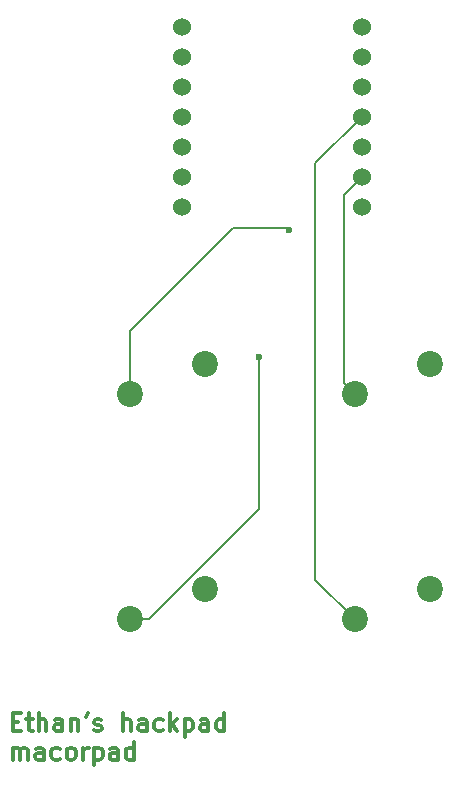
<source format=gbr>
%TF.GenerationSoftware,KiCad,Pcbnew,8.0.8-8.0.8-0~ubuntu24.04.1*%
%TF.CreationDate,2025-02-20T15:32:54-05:00*%
%TF.ProjectId,projects,70726f6a-6563-4747-932e-6b696361645f,rev?*%
%TF.SameCoordinates,Original*%
%TF.FileFunction,Copper,L2,Bot*%
%TF.FilePolarity,Positive*%
%FSLAX46Y46*%
G04 Gerber Fmt 4.6, Leading zero omitted, Abs format (unit mm)*
G04 Created by KiCad (PCBNEW 8.0.8-8.0.8-0~ubuntu24.04.1) date 2025-02-20 15:32:54*
%MOMM*%
%LPD*%
G01*
G04 APERTURE LIST*
%ADD10C,0.300000*%
%TA.AperFunction,NonConductor*%
%ADD11C,0.300000*%
%TD*%
%TA.AperFunction,ComponentPad*%
%ADD12C,2.200000*%
%TD*%
%TA.AperFunction,ComponentPad*%
%ADD13C,1.524000*%
%TD*%
%TA.AperFunction,ViaPad*%
%ADD14C,0.600000*%
%TD*%
%TA.AperFunction,Conductor*%
%ADD15C,0.200000*%
%TD*%
G04 APERTURE END LIST*
D10*
D11*
X62467010Y-98993948D02*
X62967010Y-98993948D01*
X63181296Y-99779662D02*
X62467010Y-99779662D01*
X62467010Y-99779662D02*
X62467010Y-98279662D01*
X62467010Y-98279662D02*
X63181296Y-98279662D01*
X63609868Y-98779662D02*
X64181296Y-98779662D01*
X63824153Y-98279662D02*
X63824153Y-99565376D01*
X63824153Y-99565376D02*
X63895582Y-99708234D01*
X63895582Y-99708234D02*
X64038439Y-99779662D01*
X64038439Y-99779662D02*
X64181296Y-99779662D01*
X64681296Y-99779662D02*
X64681296Y-98279662D01*
X65324154Y-99779662D02*
X65324154Y-98993948D01*
X65324154Y-98993948D02*
X65252725Y-98851091D01*
X65252725Y-98851091D02*
X65109868Y-98779662D01*
X65109868Y-98779662D02*
X64895582Y-98779662D01*
X64895582Y-98779662D02*
X64752725Y-98851091D01*
X64752725Y-98851091D02*
X64681296Y-98922519D01*
X66681297Y-99779662D02*
X66681297Y-98993948D01*
X66681297Y-98993948D02*
X66609868Y-98851091D01*
X66609868Y-98851091D02*
X66467011Y-98779662D01*
X66467011Y-98779662D02*
X66181297Y-98779662D01*
X66181297Y-98779662D02*
X66038439Y-98851091D01*
X66681297Y-99708234D02*
X66538439Y-99779662D01*
X66538439Y-99779662D02*
X66181297Y-99779662D01*
X66181297Y-99779662D02*
X66038439Y-99708234D01*
X66038439Y-99708234D02*
X65967011Y-99565376D01*
X65967011Y-99565376D02*
X65967011Y-99422519D01*
X65967011Y-99422519D02*
X66038439Y-99279662D01*
X66038439Y-99279662D02*
X66181297Y-99208234D01*
X66181297Y-99208234D02*
X66538439Y-99208234D01*
X66538439Y-99208234D02*
X66681297Y-99136805D01*
X67395582Y-98779662D02*
X67395582Y-99779662D01*
X67395582Y-98922519D02*
X67467011Y-98851091D01*
X67467011Y-98851091D02*
X67609868Y-98779662D01*
X67609868Y-98779662D02*
X67824154Y-98779662D01*
X67824154Y-98779662D02*
X67967011Y-98851091D01*
X67967011Y-98851091D02*
X68038440Y-98993948D01*
X68038440Y-98993948D02*
X68038440Y-99779662D01*
X68824154Y-98279662D02*
X68681297Y-98565376D01*
X69395583Y-99708234D02*
X69538440Y-99779662D01*
X69538440Y-99779662D02*
X69824154Y-99779662D01*
X69824154Y-99779662D02*
X69967011Y-99708234D01*
X69967011Y-99708234D02*
X70038440Y-99565376D01*
X70038440Y-99565376D02*
X70038440Y-99493948D01*
X70038440Y-99493948D02*
X69967011Y-99351091D01*
X69967011Y-99351091D02*
X69824154Y-99279662D01*
X69824154Y-99279662D02*
X69609869Y-99279662D01*
X69609869Y-99279662D02*
X69467011Y-99208234D01*
X69467011Y-99208234D02*
X69395583Y-99065376D01*
X69395583Y-99065376D02*
X69395583Y-98993948D01*
X69395583Y-98993948D02*
X69467011Y-98851091D01*
X69467011Y-98851091D02*
X69609869Y-98779662D01*
X69609869Y-98779662D02*
X69824154Y-98779662D01*
X69824154Y-98779662D02*
X69967011Y-98851091D01*
X71824154Y-99779662D02*
X71824154Y-98279662D01*
X72467012Y-99779662D02*
X72467012Y-98993948D01*
X72467012Y-98993948D02*
X72395583Y-98851091D01*
X72395583Y-98851091D02*
X72252726Y-98779662D01*
X72252726Y-98779662D02*
X72038440Y-98779662D01*
X72038440Y-98779662D02*
X71895583Y-98851091D01*
X71895583Y-98851091D02*
X71824154Y-98922519D01*
X73824155Y-99779662D02*
X73824155Y-98993948D01*
X73824155Y-98993948D02*
X73752726Y-98851091D01*
X73752726Y-98851091D02*
X73609869Y-98779662D01*
X73609869Y-98779662D02*
X73324155Y-98779662D01*
X73324155Y-98779662D02*
X73181297Y-98851091D01*
X73824155Y-99708234D02*
X73681297Y-99779662D01*
X73681297Y-99779662D02*
X73324155Y-99779662D01*
X73324155Y-99779662D02*
X73181297Y-99708234D01*
X73181297Y-99708234D02*
X73109869Y-99565376D01*
X73109869Y-99565376D02*
X73109869Y-99422519D01*
X73109869Y-99422519D02*
X73181297Y-99279662D01*
X73181297Y-99279662D02*
X73324155Y-99208234D01*
X73324155Y-99208234D02*
X73681297Y-99208234D01*
X73681297Y-99208234D02*
X73824155Y-99136805D01*
X75181298Y-99708234D02*
X75038440Y-99779662D01*
X75038440Y-99779662D02*
X74752726Y-99779662D01*
X74752726Y-99779662D02*
X74609869Y-99708234D01*
X74609869Y-99708234D02*
X74538440Y-99636805D01*
X74538440Y-99636805D02*
X74467012Y-99493948D01*
X74467012Y-99493948D02*
X74467012Y-99065376D01*
X74467012Y-99065376D02*
X74538440Y-98922519D01*
X74538440Y-98922519D02*
X74609869Y-98851091D01*
X74609869Y-98851091D02*
X74752726Y-98779662D01*
X74752726Y-98779662D02*
X75038440Y-98779662D01*
X75038440Y-98779662D02*
X75181298Y-98851091D01*
X75824154Y-99779662D02*
X75824154Y-98279662D01*
X75967012Y-99208234D02*
X76395583Y-99779662D01*
X76395583Y-98779662D02*
X75824154Y-99351091D01*
X77038440Y-98779662D02*
X77038440Y-100279662D01*
X77038440Y-98851091D02*
X77181298Y-98779662D01*
X77181298Y-98779662D02*
X77467012Y-98779662D01*
X77467012Y-98779662D02*
X77609869Y-98851091D01*
X77609869Y-98851091D02*
X77681298Y-98922519D01*
X77681298Y-98922519D02*
X77752726Y-99065376D01*
X77752726Y-99065376D02*
X77752726Y-99493948D01*
X77752726Y-99493948D02*
X77681298Y-99636805D01*
X77681298Y-99636805D02*
X77609869Y-99708234D01*
X77609869Y-99708234D02*
X77467012Y-99779662D01*
X77467012Y-99779662D02*
X77181298Y-99779662D01*
X77181298Y-99779662D02*
X77038440Y-99708234D01*
X79038441Y-99779662D02*
X79038441Y-98993948D01*
X79038441Y-98993948D02*
X78967012Y-98851091D01*
X78967012Y-98851091D02*
X78824155Y-98779662D01*
X78824155Y-98779662D02*
X78538441Y-98779662D01*
X78538441Y-98779662D02*
X78395583Y-98851091D01*
X79038441Y-99708234D02*
X78895583Y-99779662D01*
X78895583Y-99779662D02*
X78538441Y-99779662D01*
X78538441Y-99779662D02*
X78395583Y-99708234D01*
X78395583Y-99708234D02*
X78324155Y-99565376D01*
X78324155Y-99565376D02*
X78324155Y-99422519D01*
X78324155Y-99422519D02*
X78395583Y-99279662D01*
X78395583Y-99279662D02*
X78538441Y-99208234D01*
X78538441Y-99208234D02*
X78895583Y-99208234D01*
X78895583Y-99208234D02*
X79038441Y-99136805D01*
X80395584Y-99779662D02*
X80395584Y-98279662D01*
X80395584Y-99708234D02*
X80252726Y-99779662D01*
X80252726Y-99779662D02*
X79967012Y-99779662D01*
X79967012Y-99779662D02*
X79824155Y-99708234D01*
X79824155Y-99708234D02*
X79752726Y-99636805D01*
X79752726Y-99636805D02*
X79681298Y-99493948D01*
X79681298Y-99493948D02*
X79681298Y-99065376D01*
X79681298Y-99065376D02*
X79752726Y-98922519D01*
X79752726Y-98922519D02*
X79824155Y-98851091D01*
X79824155Y-98851091D02*
X79967012Y-98779662D01*
X79967012Y-98779662D02*
X80252726Y-98779662D01*
X80252726Y-98779662D02*
X80395584Y-98851091D01*
X62467010Y-102194578D02*
X62467010Y-101194578D01*
X62467010Y-101337435D02*
X62538439Y-101266007D01*
X62538439Y-101266007D02*
X62681296Y-101194578D01*
X62681296Y-101194578D02*
X62895582Y-101194578D01*
X62895582Y-101194578D02*
X63038439Y-101266007D01*
X63038439Y-101266007D02*
X63109868Y-101408864D01*
X63109868Y-101408864D02*
X63109868Y-102194578D01*
X63109868Y-101408864D02*
X63181296Y-101266007D01*
X63181296Y-101266007D02*
X63324153Y-101194578D01*
X63324153Y-101194578D02*
X63538439Y-101194578D01*
X63538439Y-101194578D02*
X63681296Y-101266007D01*
X63681296Y-101266007D02*
X63752725Y-101408864D01*
X63752725Y-101408864D02*
X63752725Y-102194578D01*
X65109868Y-102194578D02*
X65109868Y-101408864D01*
X65109868Y-101408864D02*
X65038439Y-101266007D01*
X65038439Y-101266007D02*
X64895582Y-101194578D01*
X64895582Y-101194578D02*
X64609868Y-101194578D01*
X64609868Y-101194578D02*
X64467010Y-101266007D01*
X65109868Y-102123150D02*
X64967010Y-102194578D01*
X64967010Y-102194578D02*
X64609868Y-102194578D01*
X64609868Y-102194578D02*
X64467010Y-102123150D01*
X64467010Y-102123150D02*
X64395582Y-101980292D01*
X64395582Y-101980292D02*
X64395582Y-101837435D01*
X64395582Y-101837435D02*
X64467010Y-101694578D01*
X64467010Y-101694578D02*
X64609868Y-101623150D01*
X64609868Y-101623150D02*
X64967010Y-101623150D01*
X64967010Y-101623150D02*
X65109868Y-101551721D01*
X66467011Y-102123150D02*
X66324153Y-102194578D01*
X66324153Y-102194578D02*
X66038439Y-102194578D01*
X66038439Y-102194578D02*
X65895582Y-102123150D01*
X65895582Y-102123150D02*
X65824153Y-102051721D01*
X65824153Y-102051721D02*
X65752725Y-101908864D01*
X65752725Y-101908864D02*
X65752725Y-101480292D01*
X65752725Y-101480292D02*
X65824153Y-101337435D01*
X65824153Y-101337435D02*
X65895582Y-101266007D01*
X65895582Y-101266007D02*
X66038439Y-101194578D01*
X66038439Y-101194578D02*
X66324153Y-101194578D01*
X66324153Y-101194578D02*
X66467011Y-101266007D01*
X67324153Y-102194578D02*
X67181296Y-102123150D01*
X67181296Y-102123150D02*
X67109867Y-102051721D01*
X67109867Y-102051721D02*
X67038439Y-101908864D01*
X67038439Y-101908864D02*
X67038439Y-101480292D01*
X67038439Y-101480292D02*
X67109867Y-101337435D01*
X67109867Y-101337435D02*
X67181296Y-101266007D01*
X67181296Y-101266007D02*
X67324153Y-101194578D01*
X67324153Y-101194578D02*
X67538439Y-101194578D01*
X67538439Y-101194578D02*
X67681296Y-101266007D01*
X67681296Y-101266007D02*
X67752725Y-101337435D01*
X67752725Y-101337435D02*
X67824153Y-101480292D01*
X67824153Y-101480292D02*
X67824153Y-101908864D01*
X67824153Y-101908864D02*
X67752725Y-102051721D01*
X67752725Y-102051721D02*
X67681296Y-102123150D01*
X67681296Y-102123150D02*
X67538439Y-102194578D01*
X67538439Y-102194578D02*
X67324153Y-102194578D01*
X68467010Y-102194578D02*
X68467010Y-101194578D01*
X68467010Y-101480292D02*
X68538439Y-101337435D01*
X68538439Y-101337435D02*
X68609868Y-101266007D01*
X68609868Y-101266007D02*
X68752725Y-101194578D01*
X68752725Y-101194578D02*
X68895582Y-101194578D01*
X69395581Y-101194578D02*
X69395581Y-102694578D01*
X69395581Y-101266007D02*
X69538439Y-101194578D01*
X69538439Y-101194578D02*
X69824153Y-101194578D01*
X69824153Y-101194578D02*
X69967010Y-101266007D01*
X69967010Y-101266007D02*
X70038439Y-101337435D01*
X70038439Y-101337435D02*
X70109867Y-101480292D01*
X70109867Y-101480292D02*
X70109867Y-101908864D01*
X70109867Y-101908864D02*
X70038439Y-102051721D01*
X70038439Y-102051721D02*
X69967010Y-102123150D01*
X69967010Y-102123150D02*
X69824153Y-102194578D01*
X69824153Y-102194578D02*
X69538439Y-102194578D01*
X69538439Y-102194578D02*
X69395581Y-102123150D01*
X71395582Y-102194578D02*
X71395582Y-101408864D01*
X71395582Y-101408864D02*
X71324153Y-101266007D01*
X71324153Y-101266007D02*
X71181296Y-101194578D01*
X71181296Y-101194578D02*
X70895582Y-101194578D01*
X70895582Y-101194578D02*
X70752724Y-101266007D01*
X71395582Y-102123150D02*
X71252724Y-102194578D01*
X71252724Y-102194578D02*
X70895582Y-102194578D01*
X70895582Y-102194578D02*
X70752724Y-102123150D01*
X70752724Y-102123150D02*
X70681296Y-101980292D01*
X70681296Y-101980292D02*
X70681296Y-101837435D01*
X70681296Y-101837435D02*
X70752724Y-101694578D01*
X70752724Y-101694578D02*
X70895582Y-101623150D01*
X70895582Y-101623150D02*
X71252724Y-101623150D01*
X71252724Y-101623150D02*
X71395582Y-101551721D01*
X72752725Y-102194578D02*
X72752725Y-100694578D01*
X72752725Y-102123150D02*
X72609867Y-102194578D01*
X72609867Y-102194578D02*
X72324153Y-102194578D01*
X72324153Y-102194578D02*
X72181296Y-102123150D01*
X72181296Y-102123150D02*
X72109867Y-102051721D01*
X72109867Y-102051721D02*
X72038439Y-101908864D01*
X72038439Y-101908864D02*
X72038439Y-101480292D01*
X72038439Y-101480292D02*
X72109867Y-101337435D01*
X72109867Y-101337435D02*
X72181296Y-101266007D01*
X72181296Y-101266007D02*
X72324153Y-101194578D01*
X72324153Y-101194578D02*
X72609867Y-101194578D01*
X72609867Y-101194578D02*
X72752725Y-101266007D01*
D12*
%TO.P,SW4,1,1*%
%TO.N,GND*%
X97790000Y-87788750D03*
%TO.P,SW4,2,2*%
%TO.N,Net-(U1-GPIO3{slash}MOSI)*%
X91440000Y-90328750D03*
%TD*%
%TO.P,SW1,1,1*%
%TO.N,GND*%
X78740000Y-68738750D03*
%TO.P,SW1,2,2*%
%TO.N,Net-(U1-GPIO1{slash}RX)*%
X72390000Y-71278750D03*
%TD*%
D13*
%TO.P,U1,1,GPIO26/ADC0/A0*%
%TO.N,unconnected-(U1-GPIO26{slash}ADC0{slash}A0-Pad1)*%
X76771000Y-40185750D03*
%TO.P,U1,2,GPIO27/ADC1/A1*%
%TO.N,unconnected-(U1-GPIO27{slash}ADC1{slash}A1-Pad2)*%
X76771000Y-42725750D03*
%TO.P,U1,3,GPIO28/ADC2/A2*%
%TO.N,unconnected-(U1-GPIO28{slash}ADC2{slash}A2-Pad3)*%
X76771000Y-45265750D03*
%TO.P,U1,4,GPIO29/ADC3/A3*%
%TO.N,unconnected-(U1-GPIO29{slash}ADC3{slash}A3-Pad4)*%
X76771000Y-47805750D03*
%TO.P,U1,5,GPIO6/SDA*%
%TO.N,Net-(D1-DIN)*%
X76771000Y-50345750D03*
%TO.P,U1,6,GPIO7/SCL*%
%TO.N,unconnected-(U1-GPIO7{slash}SCL-Pad6)*%
X76771000Y-52885750D03*
%TO.P,U1,7,GPIO0/TX*%
%TO.N,unconnected-(U1-GPIO0{slash}TX-Pad7)*%
X76771000Y-55425750D03*
%TO.P,U1,8,GPIO1/RX*%
%TO.N,Net-(U1-GPIO1{slash}RX)*%
X92011000Y-55425750D03*
%TO.P,U1,9,GPIO2/SCK*%
%TO.N,Net-(U1-GPIO2{slash}SCK)*%
X92011000Y-52885750D03*
%TO.P,U1,10,GPIO4/MISO*%
%TO.N,Net-(U1-GPIO4{slash}MISO)*%
X92011000Y-50345750D03*
%TO.P,U1,11,GPIO3/MOSI*%
%TO.N,Net-(U1-GPIO3{slash}MOSI)*%
X92011000Y-47805750D03*
%TO.P,U1,12,3V3*%
%TO.N,unconnected-(U1-3V3-Pad12)*%
X92011000Y-45265750D03*
%TO.P,U1,13,GND*%
%TO.N,GND*%
X92011000Y-42725750D03*
%TO.P,U1,14,VBUS*%
%TO.N,+5V*%
X92011000Y-40185750D03*
%TD*%
D12*
%TO.P,SW3,1,1*%
%TO.N,GND*%
X78740000Y-87788750D03*
%TO.P,SW3,2,2*%
%TO.N,Net-(U1-GPIO4{slash}MISO)*%
X72390000Y-90328750D03*
%TD*%
%TO.P,SW2,1,1*%
%TO.N,GND*%
X97790000Y-68738750D03*
%TO.P,SW2,2,2*%
%TO.N,Net-(U1-GPIO2{slash}SCK)*%
X91440000Y-71278750D03*
%TD*%
D14*
%TO.N,Net-(U1-GPIO1{slash}RX)*%
X85890140Y-57315140D03*
%TO.N,Net-(U1-GPIO4{slash}MISO)*%
X83343750Y-68138750D03*
%TD*%
D15*
%TO.N,Net-(U1-GPIO1{slash}RX)*%
X72390000Y-71278750D02*
X72390000Y-65924855D01*
X81164855Y-57150000D02*
X85725000Y-57150000D01*
X85725000Y-57150000D02*
X85890140Y-57315140D01*
X72390000Y-65924855D02*
X81164855Y-57150000D01*
%TO.N,Net-(U1-GPIO2{slash}SCK)*%
X92011000Y-52885750D02*
X90487500Y-54409250D01*
X90487500Y-70326250D02*
X91440000Y-71278750D01*
X90487500Y-54409250D02*
X90487500Y-70326250D01*
%TO.N,Net-(U1-GPIO4{slash}MISO)*%
X83343750Y-80962500D02*
X73977500Y-90328750D01*
X83343750Y-68138750D02*
X83343750Y-80962500D01*
X73977500Y-90328750D02*
X72390000Y-90328750D01*
%TO.N,Net-(U1-GPIO3{slash}MOSI)*%
X88106250Y-51710500D02*
X88106250Y-86995000D01*
X88106250Y-86995000D02*
X91440000Y-90328750D01*
X92011000Y-47805750D02*
X88106250Y-51710500D01*
%TD*%
M02*

</source>
